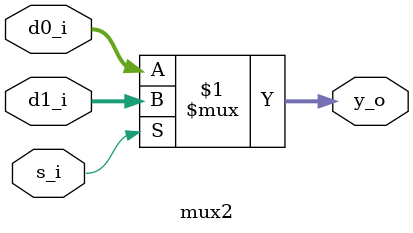
<source format=sv>
`timescale 1ns / 1ps


module mux2 #(
parameter WIDTH = 8
)
(
    input  logic [WIDTH-1:0] d0_i,
    input  logic [WIDTH-1:0] d1_i,
    input  logic             s_i,
    output logic [WIDTH-1:0] y_o
);

assign y_o = s_i ? d1_i : d0_i;

endmodule

</source>
